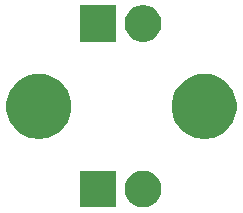
<source format=gbs>
G04 #@! TF.GenerationSoftware,KiCad,Pcbnew,(5.1.5)-3*
G04 #@! TF.CreationDate,2020-04-01T14:27:29+01:00*
G04 #@! TF.ProjectId,led_board,6c65645f-626f-4617-9264-2e6b69636164,rev?*
G04 #@! TF.SameCoordinates,Original*
G04 #@! TF.FileFunction,Soldermask,Bot*
G04 #@! TF.FilePolarity,Negative*
%FSLAX46Y46*%
G04 Gerber Fmt 4.6, Leading zero omitted, Abs format (unit mm)*
G04 Created by KiCad (PCBNEW (5.1.5)-3) date 2020-04-01 14:27:29*
%MOMM*%
%LPD*%
G04 APERTURE LIST*
%ADD10C,0.100000*%
G04 APERTURE END LIST*
D10*
G36*
X2262370Y-5508728D02*
G01*
X2544611Y-5625636D01*
X2798621Y-5795360D01*
X3014640Y-6011379D01*
X3184364Y-6265389D01*
X3301272Y-6547630D01*
X3360870Y-6847251D01*
X3360870Y-7152749D01*
X3301272Y-7452370D01*
X3184364Y-7734611D01*
X3014640Y-7988621D01*
X2798621Y-8204640D01*
X2544611Y-8374364D01*
X2262370Y-8491272D01*
X1962749Y-8550870D01*
X1657251Y-8550870D01*
X1357630Y-8491272D01*
X1075389Y-8374364D01*
X821379Y-8204640D01*
X605360Y-7988621D01*
X435636Y-7734611D01*
X318728Y-7452370D01*
X259130Y-7152749D01*
X259130Y-6847251D01*
X318728Y-6547630D01*
X435636Y-6265389D01*
X605360Y-6011379D01*
X821379Y-5795360D01*
X1075389Y-5625636D01*
X1357630Y-5508728D01*
X1657251Y-5449130D01*
X1962749Y-5449130D01*
X2262370Y-5508728D01*
G37*
G36*
X-449130Y-8550870D02*
G01*
X-3550870Y-8550870D01*
X-3550870Y-5449130D01*
X-449130Y-5449130D01*
X-449130Y-8550870D01*
G37*
G36*
X7448112Y2715760D02*
G01*
X7802437Y2645281D01*
X8303087Y2437905D01*
X8753660Y2136841D01*
X9136841Y1753660D01*
X9437905Y1303087D01*
X9645281Y802437D01*
X9751000Y270950D01*
X9751000Y-270950D01*
X9645281Y-802437D01*
X9437905Y-1303087D01*
X9136841Y-1753660D01*
X8753660Y-2136841D01*
X8303087Y-2437905D01*
X7802437Y-2645281D01*
X7448112Y-2715760D01*
X7270951Y-2751000D01*
X6729049Y-2751000D01*
X6551888Y-2715760D01*
X6197563Y-2645281D01*
X5696913Y-2437905D01*
X5246340Y-2136841D01*
X4863159Y-1753660D01*
X4562095Y-1303087D01*
X4354719Y-802437D01*
X4249000Y-270950D01*
X4249000Y270950D01*
X4354719Y802437D01*
X4562095Y1303087D01*
X4863159Y1753660D01*
X5246340Y2136841D01*
X5696913Y2437905D01*
X6197563Y2645281D01*
X6551888Y2715760D01*
X6729049Y2751000D01*
X7270951Y2751000D01*
X7448112Y2715760D01*
G37*
G36*
X-6551888Y2715760D02*
G01*
X-6197563Y2645281D01*
X-5696913Y2437905D01*
X-5246340Y2136841D01*
X-4863159Y1753660D01*
X-4562095Y1303087D01*
X-4354719Y802437D01*
X-4249000Y270950D01*
X-4249000Y-270950D01*
X-4354719Y-802437D01*
X-4562095Y-1303087D01*
X-4863159Y-1753660D01*
X-5246340Y-2136841D01*
X-5696913Y-2437905D01*
X-6197563Y-2645281D01*
X-6551888Y-2715760D01*
X-6729049Y-2751000D01*
X-7270951Y-2751000D01*
X-7448112Y-2715760D01*
X-7802437Y-2645281D01*
X-8303087Y-2437905D01*
X-8753660Y-2136841D01*
X-9136841Y-1753660D01*
X-9437905Y-1303087D01*
X-9645281Y-802437D01*
X-9751000Y-270950D01*
X-9751000Y270950D01*
X-9645281Y802437D01*
X-9437905Y1303087D01*
X-9136841Y1753660D01*
X-8753660Y2136841D01*
X-8303087Y2437905D01*
X-7802437Y2645281D01*
X-7448112Y2715760D01*
X-7270951Y2751000D01*
X-6729049Y2751000D01*
X-6551888Y2715760D01*
G37*
G36*
X2262370Y8491272D02*
G01*
X2544611Y8374364D01*
X2798621Y8204640D01*
X3014640Y7988621D01*
X3184364Y7734611D01*
X3301272Y7452370D01*
X3360870Y7152749D01*
X3360870Y6847251D01*
X3301272Y6547630D01*
X3184364Y6265389D01*
X3014640Y6011379D01*
X2798621Y5795360D01*
X2544611Y5625636D01*
X2262370Y5508728D01*
X1962749Y5449130D01*
X1657251Y5449130D01*
X1357630Y5508728D01*
X1075389Y5625636D01*
X821379Y5795360D01*
X605360Y6011379D01*
X435636Y6265389D01*
X318728Y6547630D01*
X259130Y6847251D01*
X259130Y7152749D01*
X318728Y7452370D01*
X435636Y7734611D01*
X605360Y7988621D01*
X821379Y8204640D01*
X1075389Y8374364D01*
X1357630Y8491272D01*
X1657251Y8550870D01*
X1962749Y8550870D01*
X2262370Y8491272D01*
G37*
G36*
X-449130Y5449130D02*
G01*
X-3550870Y5449130D01*
X-3550870Y8550870D01*
X-449130Y8550870D01*
X-449130Y5449130D01*
G37*
M02*

</source>
